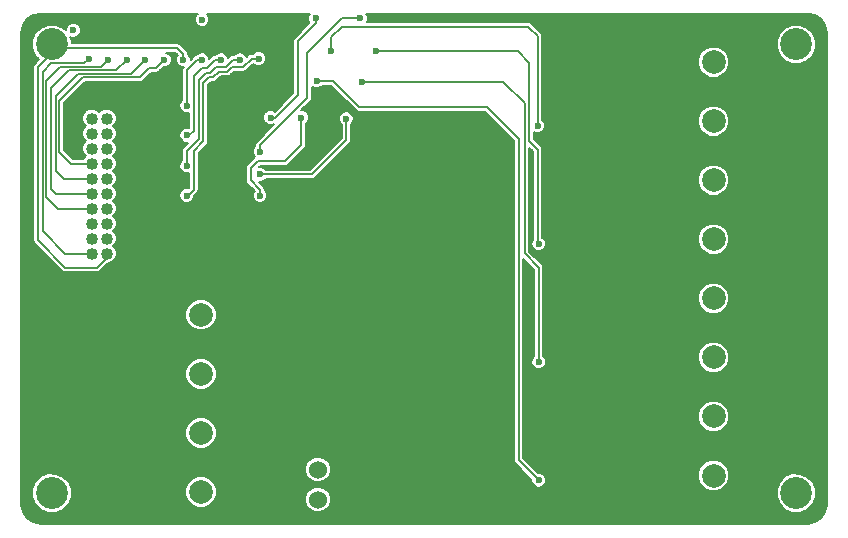
<source format=gbr>
G04 #@! TF.FileFunction,Copper,L2,Inr,Signal*
%FSLAX46Y46*%
G04 Gerber Fmt 4.6, Leading zero omitted, Abs format (unit mm)*
G04 Created by KiCad (PCBNEW 4.0.2+e4-6225~38~ubuntu14.04.1-stable) date Fri 29 Jul 2016 12:50:15 AM PDT*
%MOMM*%
G01*
G04 APERTURE LIST*
%ADD10C,0.100000*%
%ADD11C,2.000000*%
%ADD12C,1.524000*%
%ADD13C,1.016000*%
%ADD14C,2.700000*%
%ADD15C,0.600000*%
%ADD16C,0.150000*%
%ADD17C,0.200000*%
G04 APERTURE END LIST*
D10*
D11*
X162000000Y-107500000D03*
X162000000Y-102500000D03*
X162000000Y-72500000D03*
X162000000Y-77500000D03*
X162000000Y-97500000D03*
X162000000Y-92500000D03*
X162000000Y-87500000D03*
X162000000Y-82500000D03*
D12*
X128500000Y-107000000D03*
X128500000Y-109540000D03*
X128500000Y-104460000D03*
D11*
X118600000Y-93900000D03*
X118600000Y-98900000D03*
X118600000Y-103900000D03*
X118600000Y-108900000D03*
D13*
X109365000Y-77285000D03*
X110635000Y-77285000D03*
X109365000Y-88715000D03*
X109365000Y-78555000D03*
X110635000Y-78555000D03*
X109365000Y-79825000D03*
X110635000Y-79825000D03*
X109365000Y-81095000D03*
X110635000Y-81095000D03*
X109365000Y-82365000D03*
X110635000Y-82365000D03*
X109365000Y-83635000D03*
X110635000Y-83635000D03*
X109365000Y-84905000D03*
X110635000Y-84905000D03*
X109365000Y-86175000D03*
X110635000Y-86175000D03*
X109365000Y-87445000D03*
X110635000Y-87445000D03*
X110635000Y-88715000D03*
D14*
X169000000Y-109000000D03*
X169000000Y-71000000D03*
X106000000Y-71000000D03*
X106000000Y-109000000D03*
D15*
X107800000Y-69800000D03*
X109100000Y-72200000D03*
X110700000Y-72300000D03*
X112300000Y-72300000D03*
X113900000Y-72300000D03*
X115500000Y-72300000D03*
X117100000Y-72300000D03*
X118700000Y-68900000D03*
X129600000Y-71600000D03*
X147100000Y-77900000D03*
X133400000Y-71600000D03*
X147200000Y-87900000D03*
X132200000Y-74200000D03*
X147200000Y-97900000D03*
X128400000Y-74100000D03*
X147200000Y-107900000D03*
X120800000Y-82800000D03*
X125800000Y-68800000D03*
X117400000Y-83800000D03*
X123500000Y-72200000D03*
X117400000Y-81300000D03*
X121900000Y-72300000D03*
X117400000Y-78700000D03*
X120300000Y-72300000D03*
X117400000Y-76200000D03*
X118700000Y-72300000D03*
X123600000Y-82000000D03*
X130900000Y-77300000D03*
X123600000Y-83800000D03*
X127100000Y-77200000D03*
X132100000Y-68800000D03*
X123600000Y-80100000D03*
X128300000Y-68800000D03*
X124500000Y-77200000D03*
D16*
X109365000Y-88715000D02*
X107115000Y-88715000D01*
X108700000Y-72600000D02*
X109100000Y-72200000D01*
X105900000Y-72600000D02*
X108700000Y-72600000D01*
X105200000Y-73300000D02*
X105900000Y-72600000D01*
X105200000Y-86800000D02*
X105200000Y-73300000D01*
X107115000Y-88715000D02*
X105200000Y-86800000D01*
X109365000Y-84905000D02*
X106505000Y-84905000D01*
X110099998Y-72900002D02*
X110700000Y-72300000D01*
X106699998Y-72900002D02*
X110099998Y-72900002D01*
X105500002Y-74099998D02*
X106699998Y-72900002D01*
X105500002Y-83900002D02*
X105500002Y-74099998D01*
X106505000Y-84905000D02*
X105500002Y-83900002D01*
X109365000Y-83635000D02*
X106335000Y-83635000D01*
X111399996Y-73200004D02*
X112300000Y-72300000D01*
X107399996Y-73200004D02*
X111399996Y-73200004D01*
X105900000Y-74700000D02*
X107399996Y-73200004D01*
X105900000Y-83200000D02*
X105900000Y-74700000D01*
X106335000Y-83635000D02*
X105900000Y-83200000D01*
X109365000Y-82365000D02*
X106965000Y-82365000D01*
X112699994Y-73500006D02*
X113900000Y-72300000D01*
X108199994Y-73500006D02*
X112699994Y-73500006D01*
X106300000Y-75400000D02*
X108199994Y-73500006D01*
X106300000Y-81700000D02*
X106300000Y-75400000D01*
X106965000Y-82365000D02*
X106300000Y-81700000D01*
X109365000Y-81095000D02*
X107595000Y-81095000D01*
X114800000Y-73000000D02*
X115500000Y-72300000D01*
X114200000Y-73000000D02*
X114800000Y-73000000D01*
X113399992Y-73800008D02*
X114200000Y-73000000D01*
X108599992Y-73800008D02*
X113399992Y-73800008D01*
X106600002Y-75799998D02*
X108599992Y-73800008D01*
X106600002Y-80100002D02*
X106600002Y-75799998D01*
X107595000Y-81095000D02*
X106600002Y-80100002D01*
X110635000Y-88715000D02*
X110635000Y-89065000D01*
X110635000Y-89065000D02*
X109800000Y-89900000D01*
X109800000Y-89900000D02*
X107100000Y-89900000D01*
X107100000Y-89900000D02*
X104800000Y-87600000D01*
X104800000Y-87600000D02*
X104800000Y-72900000D01*
X104800000Y-72900000D02*
X106400000Y-71300000D01*
X106400000Y-71300000D02*
X116600000Y-71300000D01*
X116600000Y-71300000D02*
X117100000Y-71800000D01*
X117100000Y-71800000D02*
X117100000Y-72300000D01*
X129600000Y-71600000D02*
X129600000Y-70400000D01*
X147100000Y-70300000D02*
X147100000Y-77900000D01*
X146300000Y-69500000D02*
X147100000Y-70300000D01*
X130500000Y-69500000D02*
X146300000Y-69500000D01*
X129600000Y-70400000D02*
X130500000Y-69500000D01*
X133400000Y-71600000D02*
X145400000Y-71600000D01*
X147100000Y-87800000D02*
X147200000Y-87900000D01*
X147100000Y-79900000D02*
X147100000Y-87800000D01*
X146400000Y-79200000D02*
X147100000Y-79900000D01*
X146400000Y-72600000D02*
X146400000Y-79200000D01*
X145400000Y-71600000D02*
X146400000Y-72600000D01*
X132200000Y-74200000D02*
X144200000Y-74200000D01*
X147200000Y-89900000D02*
X147200000Y-97900000D01*
X146000000Y-88700000D02*
X147200000Y-89900000D01*
X146000000Y-76000000D02*
X146000000Y-88700000D01*
X144200000Y-74200000D02*
X146000000Y-76000000D01*
X128400000Y-74100000D02*
X129800000Y-74100000D01*
X145500000Y-106200000D02*
X147200000Y-107900000D01*
X145500000Y-79000000D02*
X145500000Y-106200000D01*
X142800000Y-76300000D02*
X145500000Y-79000000D01*
X132000000Y-76300000D02*
X142800000Y-76300000D01*
X129800000Y-74100000D02*
X132000000Y-76300000D01*
X117400000Y-83800000D02*
X117500000Y-83800000D01*
X122900000Y-72200000D02*
X123500000Y-72200000D01*
X122200000Y-72900000D02*
X122900000Y-72200000D01*
X121200000Y-72900000D02*
X122200000Y-72900000D01*
X120800000Y-73300000D02*
X121200000Y-72900000D01*
X120100000Y-73300000D02*
X120800000Y-73300000D01*
X119600000Y-73800000D02*
X120100000Y-73300000D01*
X119300000Y-73800000D02*
X119600000Y-73800000D01*
X118800000Y-74300000D02*
X119300000Y-73800000D01*
X118800000Y-79200000D02*
X118800000Y-74300000D01*
X118000000Y-80000000D02*
X118800000Y-79200000D01*
X118000000Y-83300000D02*
X118000000Y-80000000D01*
X117500000Y-83800000D02*
X118000000Y-83300000D01*
X117400000Y-81300000D02*
X117400000Y-80000000D01*
X121300000Y-72300000D02*
X121900000Y-72300000D01*
X120700000Y-72900000D02*
X121300000Y-72300000D01*
X119900000Y-72900000D02*
X120700000Y-72900000D01*
X119400000Y-73400000D02*
X119900000Y-72900000D01*
X119000000Y-73400000D02*
X119400000Y-73400000D01*
X118400000Y-74000000D02*
X119000000Y-73400000D01*
X118400000Y-79000000D02*
X118400000Y-74000000D01*
X117400000Y-80000000D02*
X118400000Y-79000000D01*
X117400000Y-78700000D02*
X117600000Y-78700000D01*
X119800000Y-72300000D02*
X120300000Y-72300000D01*
X119100000Y-73000000D02*
X119800000Y-72300000D01*
X118700000Y-73000000D02*
X119100000Y-73000000D01*
X118000000Y-73700000D02*
X118700000Y-73000000D01*
X118000000Y-78300000D02*
X118000000Y-73700000D01*
X117600000Y-78700000D02*
X118000000Y-78300000D01*
X117400000Y-76200000D02*
X117400000Y-73200000D01*
X118300000Y-72300000D02*
X118700000Y-72300000D01*
X117400000Y-73200000D02*
X118300000Y-72300000D01*
X123600000Y-82000000D02*
X128000000Y-82000000D01*
X130900000Y-79100000D02*
X130900000Y-77300000D01*
X128000000Y-82000000D02*
X130900000Y-79100000D01*
X123600000Y-83800000D02*
X123600000Y-83300000D01*
X127100000Y-79500000D02*
X127100000Y-77200000D01*
X125700000Y-80900000D02*
X127100000Y-79500000D01*
X123400000Y-80900000D02*
X125700000Y-80900000D01*
X122800000Y-81500000D02*
X123400000Y-80900000D01*
X122800000Y-82500000D02*
X122800000Y-81500000D01*
X123600000Y-83300000D02*
X122800000Y-82500000D01*
X125100000Y-78000000D02*
X127600000Y-75500000D01*
X123600000Y-79500000D02*
X125100000Y-78000000D01*
X123600000Y-79500000D02*
X123600000Y-80100000D01*
X130500000Y-68800000D02*
X132100000Y-68800000D01*
X127600000Y-71700000D02*
X130500000Y-68800000D01*
X127600000Y-75500000D02*
X127600000Y-71700000D01*
X124500000Y-77200000D02*
X124900000Y-77200000D01*
X128300000Y-69200000D02*
X128300000Y-68800000D01*
X126800000Y-70700000D02*
X128300000Y-69200000D01*
X126800000Y-75300000D02*
X126800000Y-70700000D01*
X124900000Y-77200000D02*
X126800000Y-75300000D01*
D17*
G36*
X118174696Y-68548339D02*
X118080107Y-68776133D01*
X118079892Y-69022785D01*
X118174083Y-69250743D01*
X118348339Y-69425304D01*
X118576133Y-69519893D01*
X118822785Y-69520108D01*
X119050743Y-69425917D01*
X119225304Y-69251661D01*
X119319893Y-69023867D01*
X119320108Y-68777215D01*
X119225917Y-68549257D01*
X119071930Y-68395000D01*
X127828128Y-68395000D01*
X127774696Y-68448339D01*
X127680107Y-68676133D01*
X127679892Y-68922785D01*
X127774083Y-69150743D01*
X127782356Y-69159030D01*
X126520693Y-70420693D01*
X126435068Y-70548840D01*
X126405000Y-70700000D01*
X126405000Y-75136386D01*
X124859169Y-76682217D01*
X124851661Y-76674696D01*
X124623867Y-76580107D01*
X124377215Y-76579892D01*
X124149257Y-76674083D01*
X123974696Y-76848339D01*
X123880107Y-77076133D01*
X123879892Y-77322785D01*
X123974083Y-77550743D01*
X124148339Y-77725304D01*
X124376133Y-77819893D01*
X124622785Y-77820108D01*
X124790631Y-77750755D01*
X123320693Y-79220693D01*
X123235068Y-79348840D01*
X123205000Y-79500000D01*
X123205000Y-79618263D01*
X123074696Y-79748339D01*
X122980107Y-79976133D01*
X122979892Y-80222785D01*
X123074083Y-80450743D01*
X123194504Y-80571374D01*
X123120693Y-80620693D01*
X122520693Y-81220693D01*
X122435068Y-81348840D01*
X122405000Y-81500000D01*
X122405000Y-82500000D01*
X122435068Y-82651160D01*
X122520693Y-82779307D01*
X123132261Y-83390875D01*
X123074696Y-83448339D01*
X122980107Y-83676133D01*
X122979892Y-83922785D01*
X123074083Y-84150743D01*
X123248339Y-84325304D01*
X123476133Y-84419893D01*
X123722785Y-84420108D01*
X123950743Y-84325917D01*
X124125304Y-84151661D01*
X124219893Y-83923867D01*
X124220108Y-83677215D01*
X124125917Y-83449257D01*
X123995000Y-83318111D01*
X123995000Y-83300000D01*
X123964932Y-83148840D01*
X123879307Y-83020693D01*
X123478509Y-82619895D01*
X123722785Y-82620108D01*
X123950743Y-82525917D01*
X124081889Y-82395000D01*
X128000000Y-82395000D01*
X128151160Y-82364932D01*
X128279307Y-82279307D01*
X131179307Y-79379307D01*
X131264932Y-79251160D01*
X131295000Y-79100000D01*
X131295000Y-77781737D01*
X131425304Y-77651661D01*
X131519893Y-77423867D01*
X131520108Y-77177215D01*
X131425917Y-76949257D01*
X131251661Y-76774696D01*
X131023867Y-76680107D01*
X130777215Y-76679892D01*
X130549257Y-76774083D01*
X130374696Y-76948339D01*
X130280107Y-77176133D01*
X130279892Y-77422785D01*
X130374083Y-77650743D01*
X130505000Y-77781889D01*
X130505000Y-78936386D01*
X127836386Y-81605000D01*
X124081737Y-81605000D01*
X123951661Y-81474696D01*
X123723867Y-81380107D01*
X123478721Y-81379893D01*
X123563614Y-81295000D01*
X125700000Y-81295000D01*
X125851160Y-81264932D01*
X125979307Y-81179307D01*
X127379307Y-79779307D01*
X127464932Y-79651160D01*
X127495000Y-79500000D01*
X127495000Y-77681737D01*
X127625304Y-77551661D01*
X127719893Y-77323867D01*
X127720108Y-77077215D01*
X127625917Y-76849257D01*
X127451661Y-76674696D01*
X127223867Y-76580107D01*
X127078634Y-76579980D01*
X127879307Y-75779307D01*
X127964932Y-75651160D01*
X127995000Y-75500000D01*
X127995000Y-74571872D01*
X128048339Y-74625304D01*
X128276133Y-74719893D01*
X128522785Y-74720108D01*
X128750743Y-74625917D01*
X128881889Y-74495000D01*
X129636386Y-74495000D01*
X131720693Y-76579307D01*
X131848840Y-76664932D01*
X132000000Y-76695000D01*
X142636386Y-76695000D01*
X145105000Y-79163614D01*
X145105000Y-106200000D01*
X145135068Y-106351160D01*
X145220693Y-106479307D01*
X146580052Y-107838666D01*
X146579892Y-108022785D01*
X146674083Y-108250743D01*
X146848339Y-108425304D01*
X147076133Y-108519893D01*
X147322785Y-108520108D01*
X147550743Y-108425917D01*
X147725304Y-108251661D01*
X147819893Y-108023867D01*
X147820108Y-107777215D01*
X147813579Y-107761412D01*
X160679772Y-107761412D01*
X160880306Y-108246743D01*
X161251304Y-108618389D01*
X161736284Y-108819770D01*
X162261412Y-108820228D01*
X162746743Y-108619694D01*
X163118389Y-108248696D01*
X163319770Y-107763716D01*
X163320228Y-107238588D01*
X163119694Y-106753257D01*
X162748696Y-106381611D01*
X162263716Y-106180230D01*
X161738588Y-106179772D01*
X161253257Y-106380306D01*
X160881611Y-106751304D01*
X160680230Y-107236284D01*
X160679772Y-107761412D01*
X147813579Y-107761412D01*
X147725917Y-107549257D01*
X147551661Y-107374696D01*
X147323867Y-107280107D01*
X147138559Y-107279945D01*
X145895000Y-106036386D01*
X145895000Y-102761412D01*
X160679772Y-102761412D01*
X160880306Y-103246743D01*
X161251304Y-103618389D01*
X161736284Y-103819770D01*
X162261412Y-103820228D01*
X162746743Y-103619694D01*
X163118389Y-103248696D01*
X163319770Y-102763716D01*
X163320228Y-102238588D01*
X163119694Y-101753257D01*
X162748696Y-101381611D01*
X162263716Y-101180230D01*
X161738588Y-101179772D01*
X161253257Y-101380306D01*
X160881611Y-101751304D01*
X160680230Y-102236284D01*
X160679772Y-102761412D01*
X145895000Y-102761412D01*
X145895000Y-89153614D01*
X146805000Y-90063614D01*
X146805000Y-97418263D01*
X146674696Y-97548339D01*
X146580107Y-97776133D01*
X146579892Y-98022785D01*
X146674083Y-98250743D01*
X146848339Y-98425304D01*
X147076133Y-98519893D01*
X147322785Y-98520108D01*
X147550743Y-98425917D01*
X147725304Y-98251661D01*
X147819893Y-98023867D01*
X147820108Y-97777215D01*
X147813579Y-97761412D01*
X160679772Y-97761412D01*
X160880306Y-98246743D01*
X161251304Y-98618389D01*
X161736284Y-98819770D01*
X162261412Y-98820228D01*
X162746743Y-98619694D01*
X163118389Y-98248696D01*
X163319770Y-97763716D01*
X163320228Y-97238588D01*
X163119694Y-96753257D01*
X162748696Y-96381611D01*
X162263716Y-96180230D01*
X161738588Y-96179772D01*
X161253257Y-96380306D01*
X160881611Y-96751304D01*
X160680230Y-97236284D01*
X160679772Y-97761412D01*
X147813579Y-97761412D01*
X147725917Y-97549257D01*
X147595000Y-97418111D01*
X147595000Y-92761412D01*
X160679772Y-92761412D01*
X160880306Y-93246743D01*
X161251304Y-93618389D01*
X161736284Y-93819770D01*
X162261412Y-93820228D01*
X162746743Y-93619694D01*
X163118389Y-93248696D01*
X163319770Y-92763716D01*
X163320228Y-92238588D01*
X163119694Y-91753257D01*
X162748696Y-91381611D01*
X162263716Y-91180230D01*
X161738588Y-91179772D01*
X161253257Y-91380306D01*
X160881611Y-91751304D01*
X160680230Y-92236284D01*
X160679772Y-92761412D01*
X147595000Y-92761412D01*
X147595000Y-89900000D01*
X147564932Y-89748840D01*
X147479307Y-89620693D01*
X146395000Y-88536386D01*
X146395000Y-79753614D01*
X146705000Y-80063615D01*
X146705000Y-87518088D01*
X146674696Y-87548339D01*
X146580107Y-87776133D01*
X146579892Y-88022785D01*
X146674083Y-88250743D01*
X146848339Y-88425304D01*
X147076133Y-88519893D01*
X147322785Y-88520108D01*
X147550743Y-88425917D01*
X147725304Y-88251661D01*
X147819893Y-88023867D01*
X147820108Y-87777215D01*
X147813579Y-87761412D01*
X160679772Y-87761412D01*
X160880306Y-88246743D01*
X161251304Y-88618389D01*
X161736284Y-88819770D01*
X162261412Y-88820228D01*
X162746743Y-88619694D01*
X163118389Y-88248696D01*
X163319770Y-87763716D01*
X163320228Y-87238588D01*
X163119694Y-86753257D01*
X162748696Y-86381611D01*
X162263716Y-86180230D01*
X161738588Y-86179772D01*
X161253257Y-86380306D01*
X160881611Y-86751304D01*
X160680230Y-87236284D01*
X160679772Y-87761412D01*
X147813579Y-87761412D01*
X147725917Y-87549257D01*
X147551661Y-87374696D01*
X147495000Y-87351168D01*
X147495000Y-82761412D01*
X160679772Y-82761412D01*
X160880306Y-83246743D01*
X161251304Y-83618389D01*
X161736284Y-83819770D01*
X162261412Y-83820228D01*
X162746743Y-83619694D01*
X163118389Y-83248696D01*
X163319770Y-82763716D01*
X163320228Y-82238588D01*
X163119694Y-81753257D01*
X162748696Y-81381611D01*
X162263716Y-81180230D01*
X161738588Y-81179772D01*
X161253257Y-81380306D01*
X160881611Y-81751304D01*
X160680230Y-82236284D01*
X160679772Y-82761412D01*
X147495000Y-82761412D01*
X147495000Y-79900000D01*
X147464932Y-79748840D01*
X147446125Y-79720693D01*
X147379307Y-79620692D01*
X146795000Y-79036386D01*
X146795000Y-78444679D01*
X146976133Y-78519893D01*
X147222785Y-78520108D01*
X147450743Y-78425917D01*
X147625304Y-78251661D01*
X147719893Y-78023867D01*
X147720108Y-77777215D01*
X147713579Y-77761412D01*
X160679772Y-77761412D01*
X160880306Y-78246743D01*
X161251304Y-78618389D01*
X161736284Y-78819770D01*
X162261412Y-78820228D01*
X162746743Y-78619694D01*
X163118389Y-78248696D01*
X163319770Y-77763716D01*
X163320228Y-77238588D01*
X163119694Y-76753257D01*
X162748696Y-76381611D01*
X162263716Y-76180230D01*
X161738588Y-76179772D01*
X161253257Y-76380306D01*
X160881611Y-76751304D01*
X160680230Y-77236284D01*
X160679772Y-77761412D01*
X147713579Y-77761412D01*
X147625917Y-77549257D01*
X147495000Y-77418111D01*
X147495000Y-72761412D01*
X160679772Y-72761412D01*
X160880306Y-73246743D01*
X161251304Y-73618389D01*
X161736284Y-73819770D01*
X162261412Y-73820228D01*
X162746743Y-73619694D01*
X163118389Y-73248696D01*
X163319770Y-72763716D01*
X163320228Y-72238588D01*
X163119694Y-71753257D01*
X162748696Y-71381611D01*
X162626152Y-71330726D01*
X167329711Y-71330726D01*
X167583418Y-71944743D01*
X168052786Y-72414931D01*
X168666359Y-72669709D01*
X169330726Y-72670289D01*
X169944743Y-72416582D01*
X170414931Y-71947214D01*
X170669709Y-71333641D01*
X170670289Y-70669274D01*
X170416582Y-70055257D01*
X169947214Y-69585069D01*
X169333641Y-69330291D01*
X168669274Y-69329711D01*
X168055257Y-69583418D01*
X167585069Y-70052786D01*
X167330291Y-70666359D01*
X167329711Y-71330726D01*
X162626152Y-71330726D01*
X162263716Y-71180230D01*
X161738588Y-71179772D01*
X161253257Y-71380306D01*
X160881611Y-71751304D01*
X160680230Y-72236284D01*
X160679772Y-72761412D01*
X147495000Y-72761412D01*
X147495000Y-70300000D01*
X147464932Y-70148840D01*
X147379307Y-70020693D01*
X146579307Y-69220693D01*
X146451160Y-69135068D01*
X146300000Y-69105000D01*
X132644679Y-69105000D01*
X132719893Y-68923867D01*
X132720108Y-68677215D01*
X132625917Y-68449257D01*
X132571755Y-68395000D01*
X169961096Y-68395000D01*
X170611245Y-68524323D01*
X171129435Y-68870565D01*
X171475677Y-69388755D01*
X171605000Y-70038903D01*
X171605000Y-109961097D01*
X171475677Y-110611245D01*
X171129435Y-111129435D01*
X170611245Y-111475677D01*
X169961096Y-111605000D01*
X105038903Y-111605000D01*
X104388755Y-111475677D01*
X103870565Y-111129435D01*
X103524323Y-110611245D01*
X103395000Y-109961096D01*
X103395000Y-109330726D01*
X104329711Y-109330726D01*
X104583418Y-109944743D01*
X105052786Y-110414931D01*
X105666359Y-110669709D01*
X106330726Y-110670289D01*
X106944743Y-110416582D01*
X107414931Y-109947214D01*
X107669709Y-109333641D01*
X107669859Y-109161412D01*
X117279772Y-109161412D01*
X117480306Y-109646743D01*
X117851304Y-110018389D01*
X118336284Y-110219770D01*
X118861412Y-110220228D01*
X119346743Y-110019694D01*
X119612621Y-109754279D01*
X127417812Y-109754279D01*
X127582190Y-110152103D01*
X127886296Y-110456740D01*
X128283833Y-110621812D01*
X128714279Y-110622188D01*
X129112103Y-110457810D01*
X129416740Y-110153704D01*
X129581812Y-109756167D01*
X129582183Y-109330726D01*
X167329711Y-109330726D01*
X167583418Y-109944743D01*
X168052786Y-110414931D01*
X168666359Y-110669709D01*
X169330726Y-110670289D01*
X169944743Y-110416582D01*
X170414931Y-109947214D01*
X170669709Y-109333641D01*
X170670289Y-108669274D01*
X170416582Y-108055257D01*
X169947214Y-107585069D01*
X169333641Y-107330291D01*
X168669274Y-107329711D01*
X168055257Y-107583418D01*
X167585069Y-108052786D01*
X167330291Y-108666359D01*
X167329711Y-109330726D01*
X129582183Y-109330726D01*
X129582188Y-109325721D01*
X129417810Y-108927897D01*
X129113704Y-108623260D01*
X128716167Y-108458188D01*
X128285721Y-108457812D01*
X127887897Y-108622190D01*
X127583260Y-108926296D01*
X127418188Y-109323833D01*
X127417812Y-109754279D01*
X119612621Y-109754279D01*
X119718389Y-109648696D01*
X119919770Y-109163716D01*
X119920228Y-108638588D01*
X119719694Y-108153257D01*
X119348696Y-107781611D01*
X118863716Y-107580230D01*
X118338588Y-107579772D01*
X117853257Y-107780306D01*
X117481611Y-108151304D01*
X117280230Y-108636284D01*
X117279772Y-109161412D01*
X107669859Y-109161412D01*
X107670289Y-108669274D01*
X107416582Y-108055257D01*
X106947214Y-107585069D01*
X106333641Y-107330291D01*
X105669274Y-107329711D01*
X105055257Y-107583418D01*
X104585069Y-108052786D01*
X104330291Y-108666359D01*
X104329711Y-109330726D01*
X103395000Y-109330726D01*
X103395000Y-107214279D01*
X127417812Y-107214279D01*
X127582190Y-107612103D01*
X127886296Y-107916740D01*
X128283833Y-108081812D01*
X128714279Y-108082188D01*
X129112103Y-107917810D01*
X129416740Y-107613704D01*
X129581812Y-107216167D01*
X129582188Y-106785721D01*
X129417810Y-106387897D01*
X129113704Y-106083260D01*
X128716167Y-105918188D01*
X128285721Y-105917812D01*
X127887897Y-106082190D01*
X127583260Y-106386296D01*
X127418188Y-106783833D01*
X127417812Y-107214279D01*
X103395000Y-107214279D01*
X103395000Y-104161412D01*
X117279772Y-104161412D01*
X117480306Y-104646743D01*
X117851304Y-105018389D01*
X118336284Y-105219770D01*
X118861412Y-105220228D01*
X119346743Y-105019694D01*
X119718389Y-104648696D01*
X119919770Y-104163716D01*
X119920228Y-103638588D01*
X119719694Y-103153257D01*
X119348696Y-102781611D01*
X118863716Y-102580230D01*
X118338588Y-102579772D01*
X117853257Y-102780306D01*
X117481611Y-103151304D01*
X117280230Y-103636284D01*
X117279772Y-104161412D01*
X103395000Y-104161412D01*
X103395000Y-99161412D01*
X117279772Y-99161412D01*
X117480306Y-99646743D01*
X117851304Y-100018389D01*
X118336284Y-100219770D01*
X118861412Y-100220228D01*
X119346743Y-100019694D01*
X119718389Y-99648696D01*
X119919770Y-99163716D01*
X119920228Y-98638588D01*
X119719694Y-98153257D01*
X119348696Y-97781611D01*
X118863716Y-97580230D01*
X118338588Y-97579772D01*
X117853257Y-97780306D01*
X117481611Y-98151304D01*
X117280230Y-98636284D01*
X117279772Y-99161412D01*
X103395000Y-99161412D01*
X103395000Y-94161412D01*
X117279772Y-94161412D01*
X117480306Y-94646743D01*
X117851304Y-95018389D01*
X118336284Y-95219770D01*
X118861412Y-95220228D01*
X119346743Y-95019694D01*
X119718389Y-94648696D01*
X119919770Y-94163716D01*
X119920228Y-93638588D01*
X119719694Y-93153257D01*
X119348696Y-92781611D01*
X118863716Y-92580230D01*
X118338588Y-92579772D01*
X117853257Y-92780306D01*
X117481611Y-93151304D01*
X117280230Y-93636284D01*
X117279772Y-94161412D01*
X103395000Y-94161412D01*
X103395000Y-71330726D01*
X104329711Y-71330726D01*
X104583418Y-71944743D01*
X104889763Y-72251623D01*
X104520693Y-72620693D01*
X104435068Y-72748840D01*
X104405000Y-72900000D01*
X104405000Y-87600000D01*
X104435068Y-87751160D01*
X104520693Y-87879307D01*
X106820693Y-90179307D01*
X106948840Y-90264932D01*
X107100000Y-90295000D01*
X109800000Y-90295000D01*
X109951160Y-90264932D01*
X110079307Y-90179307D01*
X110715544Y-89543070D01*
X110798977Y-89543143D01*
X111103411Y-89417353D01*
X111336535Y-89184636D01*
X111462855Y-88880422D01*
X111463143Y-88551023D01*
X111337353Y-88246589D01*
X111170968Y-88079913D01*
X111336535Y-87914636D01*
X111462855Y-87610422D01*
X111463143Y-87281023D01*
X111337353Y-86976589D01*
X111170968Y-86809913D01*
X111336535Y-86644636D01*
X111462855Y-86340422D01*
X111463143Y-86011023D01*
X111337353Y-85706589D01*
X111170968Y-85539913D01*
X111336535Y-85374636D01*
X111462855Y-85070422D01*
X111463143Y-84741023D01*
X111337353Y-84436589D01*
X111170968Y-84269913D01*
X111336535Y-84104636D01*
X111462855Y-83800422D01*
X111463143Y-83471023D01*
X111337353Y-83166589D01*
X111170968Y-82999913D01*
X111336535Y-82834636D01*
X111462855Y-82530422D01*
X111463143Y-82201023D01*
X111337353Y-81896589D01*
X111170968Y-81729913D01*
X111336535Y-81564636D01*
X111462855Y-81260422D01*
X111463143Y-80931023D01*
X111337353Y-80626589D01*
X111170968Y-80459913D01*
X111336535Y-80294636D01*
X111462855Y-79990422D01*
X111463143Y-79661023D01*
X111337353Y-79356589D01*
X111170968Y-79189913D01*
X111336535Y-79024636D01*
X111462855Y-78720422D01*
X111463143Y-78391023D01*
X111337353Y-78086589D01*
X111170968Y-77919913D01*
X111336535Y-77754636D01*
X111462855Y-77450422D01*
X111463143Y-77121023D01*
X111337353Y-76816589D01*
X111104636Y-76583465D01*
X110800422Y-76457145D01*
X110471023Y-76456857D01*
X110166589Y-76582647D01*
X109999913Y-76749032D01*
X109834636Y-76583465D01*
X109530422Y-76457145D01*
X109201023Y-76456857D01*
X108896589Y-76582647D01*
X108663465Y-76815364D01*
X108537145Y-77119578D01*
X108536857Y-77448977D01*
X108662647Y-77753411D01*
X108829032Y-77920087D01*
X108663465Y-78085364D01*
X108537145Y-78389578D01*
X108536857Y-78718977D01*
X108662647Y-79023411D01*
X108829032Y-79190087D01*
X108663465Y-79355364D01*
X108537145Y-79659578D01*
X108536857Y-79988977D01*
X108662647Y-80293411D01*
X108829032Y-80460087D01*
X108663465Y-80625364D01*
X108632474Y-80700000D01*
X107758614Y-80700000D01*
X106995002Y-79936388D01*
X106995002Y-75963612D01*
X108763606Y-74195008D01*
X113399992Y-74195008D01*
X113551152Y-74164940D01*
X113679299Y-74079315D01*
X114363614Y-73395000D01*
X114800000Y-73395000D01*
X114951160Y-73364932D01*
X115079307Y-73279307D01*
X115438667Y-72919948D01*
X115622785Y-72920108D01*
X115850743Y-72825917D01*
X116025304Y-72651661D01*
X116119893Y-72423867D01*
X116120108Y-72177215D01*
X116025917Y-71949257D01*
X115851661Y-71774696D01*
X115659733Y-71695000D01*
X116436386Y-71695000D01*
X116632261Y-71890875D01*
X116574696Y-71948339D01*
X116480107Y-72176133D01*
X116479892Y-72422785D01*
X116574083Y-72650743D01*
X116748339Y-72825304D01*
X116976133Y-72919893D01*
X117121366Y-72920020D01*
X117120693Y-72920693D01*
X117035068Y-73048840D01*
X117005000Y-73200000D01*
X117005000Y-75718263D01*
X116874696Y-75848339D01*
X116780107Y-76076133D01*
X116779892Y-76322785D01*
X116874083Y-76550743D01*
X117048339Y-76725304D01*
X117276133Y-76819893D01*
X117522785Y-76820108D01*
X117605000Y-76786137D01*
X117605000Y-78113797D01*
X117523867Y-78080107D01*
X117277215Y-78079892D01*
X117049257Y-78174083D01*
X116874696Y-78348339D01*
X116780107Y-78576133D01*
X116779892Y-78822785D01*
X116874083Y-79050743D01*
X117048339Y-79225304D01*
X117276133Y-79319893D01*
X117521279Y-79320107D01*
X117120693Y-79720693D01*
X117035068Y-79848840D01*
X117005000Y-80000000D01*
X117005000Y-80818263D01*
X116874696Y-80948339D01*
X116780107Y-81176133D01*
X116779892Y-81422785D01*
X116874083Y-81650743D01*
X117048339Y-81825304D01*
X117276133Y-81919893D01*
X117522785Y-81920108D01*
X117605000Y-81886137D01*
X117605000Y-83136386D01*
X117550302Y-83191084D01*
X117523867Y-83180107D01*
X117277215Y-83179892D01*
X117049257Y-83274083D01*
X116874696Y-83448339D01*
X116780107Y-83676133D01*
X116779892Y-83922785D01*
X116874083Y-84150743D01*
X117048339Y-84325304D01*
X117276133Y-84419893D01*
X117522785Y-84420108D01*
X117750743Y-84325917D01*
X117925304Y-84151661D01*
X118019893Y-83923867D01*
X118019967Y-83838647D01*
X118279307Y-83579307D01*
X118308865Y-83535070D01*
X118364932Y-83451160D01*
X118395000Y-83300000D01*
X118395000Y-80163614D01*
X119079307Y-79479307D01*
X119164932Y-79351160D01*
X119195000Y-79200000D01*
X119195000Y-74463614D01*
X119463614Y-74195000D01*
X119600000Y-74195000D01*
X119751160Y-74164932D01*
X119879307Y-74079307D01*
X120263614Y-73695000D01*
X120800000Y-73695000D01*
X120951160Y-73664932D01*
X121079307Y-73579307D01*
X121363614Y-73295000D01*
X122200000Y-73295000D01*
X122351160Y-73264932D01*
X122479307Y-73179307D01*
X123040919Y-72617696D01*
X123148339Y-72725304D01*
X123376133Y-72819893D01*
X123622785Y-72820108D01*
X123850743Y-72725917D01*
X124025304Y-72551661D01*
X124119893Y-72323867D01*
X124120108Y-72077215D01*
X124025917Y-71849257D01*
X123851661Y-71674696D01*
X123623867Y-71580107D01*
X123377215Y-71579892D01*
X123149257Y-71674083D01*
X123018111Y-71805000D01*
X122900000Y-71805000D01*
X122748840Y-71835068D01*
X122620692Y-71920693D01*
X122474514Y-72066871D01*
X122425917Y-71949257D01*
X122251661Y-71774696D01*
X122023867Y-71680107D01*
X121777215Y-71679892D01*
X121549257Y-71774083D01*
X121418111Y-71905000D01*
X121300000Y-71905000D01*
X121148840Y-71935068D01*
X121020693Y-72020693D01*
X120903753Y-72137633D01*
X120825917Y-71949257D01*
X120651661Y-71774696D01*
X120423867Y-71680107D01*
X120177215Y-71679892D01*
X119949257Y-71774083D01*
X119818111Y-71905000D01*
X119800000Y-71905000D01*
X119648840Y-71935068D01*
X119520692Y-72020693D01*
X119320070Y-72221316D01*
X119320108Y-72177215D01*
X119225917Y-71949257D01*
X119051661Y-71774696D01*
X118823867Y-71680107D01*
X118577215Y-71679892D01*
X118349257Y-71774083D01*
X118197733Y-71925342D01*
X118148840Y-71935068D01*
X118020693Y-72020693D01*
X117719982Y-72321404D01*
X117720108Y-72177215D01*
X117625917Y-71949257D01*
X117495000Y-71818111D01*
X117495000Y-71800000D01*
X117464932Y-71648840D01*
X117379307Y-71520693D01*
X116879307Y-71020693D01*
X116751160Y-70935068D01*
X116600000Y-70905000D01*
X107670083Y-70905000D01*
X107670289Y-70669274D01*
X107544696Y-70365315D01*
X107676133Y-70419893D01*
X107922785Y-70420108D01*
X108150743Y-70325917D01*
X108325304Y-70151661D01*
X108419893Y-69923867D01*
X108420108Y-69677215D01*
X108325917Y-69449257D01*
X108151661Y-69274696D01*
X107923867Y-69180107D01*
X107677215Y-69179892D01*
X107449257Y-69274083D01*
X107274696Y-69448339D01*
X107180107Y-69676133D01*
X107179983Y-69818245D01*
X106947214Y-69585069D01*
X106333641Y-69330291D01*
X105669274Y-69329711D01*
X105055257Y-69583418D01*
X104585069Y-70052786D01*
X104330291Y-70666359D01*
X104329711Y-71330726D01*
X103395000Y-71330726D01*
X103395000Y-70038904D01*
X103524323Y-69388755D01*
X103870565Y-68870565D01*
X104388755Y-68524323D01*
X105038903Y-68395000D01*
X118328303Y-68395000D01*
X118174696Y-68548339D01*
X118174696Y-68548339D01*
G37*
X118174696Y-68548339D02*
X118080107Y-68776133D01*
X118079892Y-69022785D01*
X118174083Y-69250743D01*
X118348339Y-69425304D01*
X118576133Y-69519893D01*
X118822785Y-69520108D01*
X119050743Y-69425917D01*
X119225304Y-69251661D01*
X119319893Y-69023867D01*
X119320108Y-68777215D01*
X119225917Y-68549257D01*
X119071930Y-68395000D01*
X127828128Y-68395000D01*
X127774696Y-68448339D01*
X127680107Y-68676133D01*
X127679892Y-68922785D01*
X127774083Y-69150743D01*
X127782356Y-69159030D01*
X126520693Y-70420693D01*
X126435068Y-70548840D01*
X126405000Y-70700000D01*
X126405000Y-75136386D01*
X124859169Y-76682217D01*
X124851661Y-76674696D01*
X124623867Y-76580107D01*
X124377215Y-76579892D01*
X124149257Y-76674083D01*
X123974696Y-76848339D01*
X123880107Y-77076133D01*
X123879892Y-77322785D01*
X123974083Y-77550743D01*
X124148339Y-77725304D01*
X124376133Y-77819893D01*
X124622785Y-77820108D01*
X124790631Y-77750755D01*
X123320693Y-79220693D01*
X123235068Y-79348840D01*
X123205000Y-79500000D01*
X123205000Y-79618263D01*
X123074696Y-79748339D01*
X122980107Y-79976133D01*
X122979892Y-80222785D01*
X123074083Y-80450743D01*
X123194504Y-80571374D01*
X123120693Y-80620693D01*
X122520693Y-81220693D01*
X122435068Y-81348840D01*
X122405000Y-81500000D01*
X122405000Y-82500000D01*
X122435068Y-82651160D01*
X122520693Y-82779307D01*
X123132261Y-83390875D01*
X123074696Y-83448339D01*
X122980107Y-83676133D01*
X122979892Y-83922785D01*
X123074083Y-84150743D01*
X123248339Y-84325304D01*
X123476133Y-84419893D01*
X123722785Y-84420108D01*
X123950743Y-84325917D01*
X124125304Y-84151661D01*
X124219893Y-83923867D01*
X124220108Y-83677215D01*
X124125917Y-83449257D01*
X123995000Y-83318111D01*
X123995000Y-83300000D01*
X123964932Y-83148840D01*
X123879307Y-83020693D01*
X123478509Y-82619895D01*
X123722785Y-82620108D01*
X123950743Y-82525917D01*
X124081889Y-82395000D01*
X128000000Y-82395000D01*
X128151160Y-82364932D01*
X128279307Y-82279307D01*
X131179307Y-79379307D01*
X131264932Y-79251160D01*
X131295000Y-79100000D01*
X131295000Y-77781737D01*
X131425304Y-77651661D01*
X131519893Y-77423867D01*
X131520108Y-77177215D01*
X131425917Y-76949257D01*
X131251661Y-76774696D01*
X131023867Y-76680107D01*
X130777215Y-76679892D01*
X130549257Y-76774083D01*
X130374696Y-76948339D01*
X130280107Y-77176133D01*
X130279892Y-77422785D01*
X130374083Y-77650743D01*
X130505000Y-77781889D01*
X130505000Y-78936386D01*
X127836386Y-81605000D01*
X124081737Y-81605000D01*
X123951661Y-81474696D01*
X123723867Y-81380107D01*
X123478721Y-81379893D01*
X123563614Y-81295000D01*
X125700000Y-81295000D01*
X125851160Y-81264932D01*
X125979307Y-81179307D01*
X127379307Y-79779307D01*
X127464932Y-79651160D01*
X127495000Y-79500000D01*
X127495000Y-77681737D01*
X127625304Y-77551661D01*
X127719893Y-77323867D01*
X127720108Y-77077215D01*
X127625917Y-76849257D01*
X127451661Y-76674696D01*
X127223867Y-76580107D01*
X127078634Y-76579980D01*
X127879307Y-75779307D01*
X127964932Y-75651160D01*
X127995000Y-75500000D01*
X127995000Y-74571872D01*
X128048339Y-74625304D01*
X128276133Y-74719893D01*
X128522785Y-74720108D01*
X128750743Y-74625917D01*
X128881889Y-74495000D01*
X129636386Y-74495000D01*
X131720693Y-76579307D01*
X131848840Y-76664932D01*
X132000000Y-76695000D01*
X142636386Y-76695000D01*
X145105000Y-79163614D01*
X145105000Y-106200000D01*
X145135068Y-106351160D01*
X145220693Y-106479307D01*
X146580052Y-107838666D01*
X146579892Y-108022785D01*
X146674083Y-108250743D01*
X146848339Y-108425304D01*
X147076133Y-108519893D01*
X147322785Y-108520108D01*
X147550743Y-108425917D01*
X147725304Y-108251661D01*
X147819893Y-108023867D01*
X147820108Y-107777215D01*
X147813579Y-107761412D01*
X160679772Y-107761412D01*
X160880306Y-108246743D01*
X161251304Y-108618389D01*
X161736284Y-108819770D01*
X162261412Y-108820228D01*
X162746743Y-108619694D01*
X163118389Y-108248696D01*
X163319770Y-107763716D01*
X163320228Y-107238588D01*
X163119694Y-106753257D01*
X162748696Y-106381611D01*
X162263716Y-106180230D01*
X161738588Y-106179772D01*
X161253257Y-106380306D01*
X160881611Y-106751304D01*
X160680230Y-107236284D01*
X160679772Y-107761412D01*
X147813579Y-107761412D01*
X147725917Y-107549257D01*
X147551661Y-107374696D01*
X147323867Y-107280107D01*
X147138559Y-107279945D01*
X145895000Y-106036386D01*
X145895000Y-102761412D01*
X160679772Y-102761412D01*
X160880306Y-103246743D01*
X161251304Y-103618389D01*
X161736284Y-103819770D01*
X162261412Y-103820228D01*
X162746743Y-103619694D01*
X163118389Y-103248696D01*
X163319770Y-102763716D01*
X163320228Y-102238588D01*
X163119694Y-101753257D01*
X162748696Y-101381611D01*
X162263716Y-101180230D01*
X161738588Y-101179772D01*
X161253257Y-101380306D01*
X160881611Y-101751304D01*
X160680230Y-102236284D01*
X160679772Y-102761412D01*
X145895000Y-102761412D01*
X145895000Y-89153614D01*
X146805000Y-90063614D01*
X146805000Y-97418263D01*
X146674696Y-97548339D01*
X146580107Y-97776133D01*
X146579892Y-98022785D01*
X146674083Y-98250743D01*
X146848339Y-98425304D01*
X147076133Y-98519893D01*
X147322785Y-98520108D01*
X147550743Y-98425917D01*
X147725304Y-98251661D01*
X147819893Y-98023867D01*
X147820108Y-97777215D01*
X147813579Y-97761412D01*
X160679772Y-97761412D01*
X160880306Y-98246743D01*
X161251304Y-98618389D01*
X161736284Y-98819770D01*
X162261412Y-98820228D01*
X162746743Y-98619694D01*
X163118389Y-98248696D01*
X163319770Y-97763716D01*
X163320228Y-97238588D01*
X163119694Y-96753257D01*
X162748696Y-96381611D01*
X162263716Y-96180230D01*
X161738588Y-96179772D01*
X161253257Y-96380306D01*
X160881611Y-96751304D01*
X160680230Y-97236284D01*
X160679772Y-97761412D01*
X147813579Y-97761412D01*
X147725917Y-97549257D01*
X147595000Y-97418111D01*
X147595000Y-92761412D01*
X160679772Y-92761412D01*
X160880306Y-93246743D01*
X161251304Y-93618389D01*
X161736284Y-93819770D01*
X162261412Y-93820228D01*
X162746743Y-93619694D01*
X163118389Y-93248696D01*
X163319770Y-92763716D01*
X163320228Y-92238588D01*
X163119694Y-91753257D01*
X162748696Y-91381611D01*
X162263716Y-91180230D01*
X161738588Y-91179772D01*
X161253257Y-91380306D01*
X160881611Y-91751304D01*
X160680230Y-92236284D01*
X160679772Y-92761412D01*
X147595000Y-92761412D01*
X147595000Y-89900000D01*
X147564932Y-89748840D01*
X147479307Y-89620693D01*
X146395000Y-88536386D01*
X146395000Y-79753614D01*
X146705000Y-80063615D01*
X146705000Y-87518088D01*
X146674696Y-87548339D01*
X146580107Y-87776133D01*
X146579892Y-88022785D01*
X146674083Y-88250743D01*
X146848339Y-88425304D01*
X147076133Y-88519893D01*
X147322785Y-88520108D01*
X147550743Y-88425917D01*
X147725304Y-88251661D01*
X147819893Y-88023867D01*
X147820108Y-87777215D01*
X147813579Y-87761412D01*
X160679772Y-87761412D01*
X160880306Y-88246743D01*
X161251304Y-88618389D01*
X161736284Y-88819770D01*
X162261412Y-88820228D01*
X162746743Y-88619694D01*
X163118389Y-88248696D01*
X163319770Y-87763716D01*
X163320228Y-87238588D01*
X163119694Y-86753257D01*
X162748696Y-86381611D01*
X162263716Y-86180230D01*
X161738588Y-86179772D01*
X161253257Y-86380306D01*
X160881611Y-86751304D01*
X160680230Y-87236284D01*
X160679772Y-87761412D01*
X147813579Y-87761412D01*
X147725917Y-87549257D01*
X147551661Y-87374696D01*
X147495000Y-87351168D01*
X147495000Y-82761412D01*
X160679772Y-82761412D01*
X160880306Y-83246743D01*
X161251304Y-83618389D01*
X161736284Y-83819770D01*
X162261412Y-83820228D01*
X162746743Y-83619694D01*
X163118389Y-83248696D01*
X163319770Y-82763716D01*
X163320228Y-82238588D01*
X163119694Y-81753257D01*
X162748696Y-81381611D01*
X162263716Y-81180230D01*
X161738588Y-81179772D01*
X161253257Y-81380306D01*
X160881611Y-81751304D01*
X160680230Y-82236284D01*
X160679772Y-82761412D01*
X147495000Y-82761412D01*
X147495000Y-79900000D01*
X147464932Y-79748840D01*
X147446125Y-79720693D01*
X147379307Y-79620692D01*
X146795000Y-79036386D01*
X146795000Y-78444679D01*
X146976133Y-78519893D01*
X147222785Y-78520108D01*
X147450743Y-78425917D01*
X147625304Y-78251661D01*
X147719893Y-78023867D01*
X147720108Y-77777215D01*
X147713579Y-77761412D01*
X160679772Y-77761412D01*
X160880306Y-78246743D01*
X161251304Y-78618389D01*
X161736284Y-78819770D01*
X162261412Y-78820228D01*
X162746743Y-78619694D01*
X163118389Y-78248696D01*
X163319770Y-77763716D01*
X163320228Y-77238588D01*
X163119694Y-76753257D01*
X162748696Y-76381611D01*
X162263716Y-76180230D01*
X161738588Y-76179772D01*
X161253257Y-76380306D01*
X160881611Y-76751304D01*
X160680230Y-77236284D01*
X160679772Y-77761412D01*
X147713579Y-77761412D01*
X147625917Y-77549257D01*
X147495000Y-77418111D01*
X147495000Y-72761412D01*
X160679772Y-72761412D01*
X160880306Y-73246743D01*
X161251304Y-73618389D01*
X161736284Y-73819770D01*
X162261412Y-73820228D01*
X162746743Y-73619694D01*
X163118389Y-73248696D01*
X163319770Y-72763716D01*
X163320228Y-72238588D01*
X163119694Y-71753257D01*
X162748696Y-71381611D01*
X162626152Y-71330726D01*
X167329711Y-71330726D01*
X167583418Y-71944743D01*
X168052786Y-72414931D01*
X168666359Y-72669709D01*
X169330726Y-72670289D01*
X169944743Y-72416582D01*
X170414931Y-71947214D01*
X170669709Y-71333641D01*
X170670289Y-70669274D01*
X170416582Y-70055257D01*
X169947214Y-69585069D01*
X169333641Y-69330291D01*
X168669274Y-69329711D01*
X168055257Y-69583418D01*
X167585069Y-70052786D01*
X167330291Y-70666359D01*
X167329711Y-71330726D01*
X162626152Y-71330726D01*
X162263716Y-71180230D01*
X161738588Y-71179772D01*
X161253257Y-71380306D01*
X160881611Y-71751304D01*
X160680230Y-72236284D01*
X160679772Y-72761412D01*
X147495000Y-72761412D01*
X147495000Y-70300000D01*
X147464932Y-70148840D01*
X147379307Y-70020693D01*
X146579307Y-69220693D01*
X146451160Y-69135068D01*
X146300000Y-69105000D01*
X132644679Y-69105000D01*
X132719893Y-68923867D01*
X132720108Y-68677215D01*
X132625917Y-68449257D01*
X132571755Y-68395000D01*
X169961096Y-68395000D01*
X170611245Y-68524323D01*
X171129435Y-68870565D01*
X171475677Y-69388755D01*
X171605000Y-70038903D01*
X171605000Y-109961097D01*
X171475677Y-110611245D01*
X171129435Y-111129435D01*
X170611245Y-111475677D01*
X169961096Y-111605000D01*
X105038903Y-111605000D01*
X104388755Y-111475677D01*
X103870565Y-111129435D01*
X103524323Y-110611245D01*
X103395000Y-109961096D01*
X103395000Y-109330726D01*
X104329711Y-109330726D01*
X104583418Y-109944743D01*
X105052786Y-110414931D01*
X105666359Y-110669709D01*
X106330726Y-110670289D01*
X106944743Y-110416582D01*
X107414931Y-109947214D01*
X107669709Y-109333641D01*
X107669859Y-109161412D01*
X117279772Y-109161412D01*
X117480306Y-109646743D01*
X117851304Y-110018389D01*
X118336284Y-110219770D01*
X118861412Y-110220228D01*
X119346743Y-110019694D01*
X119612621Y-109754279D01*
X127417812Y-109754279D01*
X127582190Y-110152103D01*
X127886296Y-110456740D01*
X128283833Y-110621812D01*
X128714279Y-110622188D01*
X129112103Y-110457810D01*
X129416740Y-110153704D01*
X129581812Y-109756167D01*
X129582183Y-109330726D01*
X167329711Y-109330726D01*
X167583418Y-109944743D01*
X168052786Y-110414931D01*
X168666359Y-110669709D01*
X169330726Y-110670289D01*
X169944743Y-110416582D01*
X170414931Y-109947214D01*
X170669709Y-109333641D01*
X170670289Y-108669274D01*
X170416582Y-108055257D01*
X169947214Y-107585069D01*
X169333641Y-107330291D01*
X168669274Y-107329711D01*
X168055257Y-107583418D01*
X167585069Y-108052786D01*
X167330291Y-108666359D01*
X167329711Y-109330726D01*
X129582183Y-109330726D01*
X129582188Y-109325721D01*
X129417810Y-108927897D01*
X129113704Y-108623260D01*
X128716167Y-108458188D01*
X128285721Y-108457812D01*
X127887897Y-108622190D01*
X127583260Y-108926296D01*
X127418188Y-109323833D01*
X127417812Y-109754279D01*
X119612621Y-109754279D01*
X119718389Y-109648696D01*
X119919770Y-109163716D01*
X119920228Y-108638588D01*
X119719694Y-108153257D01*
X119348696Y-107781611D01*
X118863716Y-107580230D01*
X118338588Y-107579772D01*
X117853257Y-107780306D01*
X117481611Y-108151304D01*
X117280230Y-108636284D01*
X117279772Y-109161412D01*
X107669859Y-109161412D01*
X107670289Y-108669274D01*
X107416582Y-108055257D01*
X106947214Y-107585069D01*
X106333641Y-107330291D01*
X105669274Y-107329711D01*
X105055257Y-107583418D01*
X104585069Y-108052786D01*
X104330291Y-108666359D01*
X104329711Y-109330726D01*
X103395000Y-109330726D01*
X103395000Y-107214279D01*
X127417812Y-107214279D01*
X127582190Y-107612103D01*
X127886296Y-107916740D01*
X128283833Y-108081812D01*
X128714279Y-108082188D01*
X129112103Y-107917810D01*
X129416740Y-107613704D01*
X129581812Y-107216167D01*
X129582188Y-106785721D01*
X129417810Y-106387897D01*
X129113704Y-106083260D01*
X128716167Y-105918188D01*
X128285721Y-105917812D01*
X127887897Y-106082190D01*
X127583260Y-106386296D01*
X127418188Y-106783833D01*
X127417812Y-107214279D01*
X103395000Y-107214279D01*
X103395000Y-104161412D01*
X117279772Y-104161412D01*
X117480306Y-104646743D01*
X117851304Y-105018389D01*
X118336284Y-105219770D01*
X118861412Y-105220228D01*
X119346743Y-105019694D01*
X119718389Y-104648696D01*
X119919770Y-104163716D01*
X119920228Y-103638588D01*
X119719694Y-103153257D01*
X119348696Y-102781611D01*
X118863716Y-102580230D01*
X118338588Y-102579772D01*
X117853257Y-102780306D01*
X117481611Y-103151304D01*
X117280230Y-103636284D01*
X117279772Y-104161412D01*
X103395000Y-104161412D01*
X103395000Y-99161412D01*
X117279772Y-99161412D01*
X117480306Y-99646743D01*
X117851304Y-100018389D01*
X118336284Y-100219770D01*
X118861412Y-100220228D01*
X119346743Y-100019694D01*
X119718389Y-99648696D01*
X119919770Y-99163716D01*
X119920228Y-98638588D01*
X119719694Y-98153257D01*
X119348696Y-97781611D01*
X118863716Y-97580230D01*
X118338588Y-97579772D01*
X117853257Y-97780306D01*
X117481611Y-98151304D01*
X117280230Y-98636284D01*
X117279772Y-99161412D01*
X103395000Y-99161412D01*
X103395000Y-94161412D01*
X117279772Y-94161412D01*
X117480306Y-94646743D01*
X117851304Y-95018389D01*
X118336284Y-95219770D01*
X118861412Y-95220228D01*
X119346743Y-95019694D01*
X119718389Y-94648696D01*
X119919770Y-94163716D01*
X119920228Y-93638588D01*
X119719694Y-93153257D01*
X119348696Y-92781611D01*
X118863716Y-92580230D01*
X118338588Y-92579772D01*
X117853257Y-92780306D01*
X117481611Y-93151304D01*
X117280230Y-93636284D01*
X117279772Y-94161412D01*
X103395000Y-94161412D01*
X103395000Y-71330726D01*
X104329711Y-71330726D01*
X104583418Y-71944743D01*
X104889763Y-72251623D01*
X104520693Y-72620693D01*
X104435068Y-72748840D01*
X104405000Y-72900000D01*
X104405000Y-87600000D01*
X104435068Y-87751160D01*
X104520693Y-87879307D01*
X106820693Y-90179307D01*
X106948840Y-90264932D01*
X107100000Y-90295000D01*
X109800000Y-90295000D01*
X109951160Y-90264932D01*
X110079307Y-90179307D01*
X110715544Y-89543070D01*
X110798977Y-89543143D01*
X111103411Y-89417353D01*
X111336535Y-89184636D01*
X111462855Y-88880422D01*
X111463143Y-88551023D01*
X111337353Y-88246589D01*
X111170968Y-88079913D01*
X111336535Y-87914636D01*
X111462855Y-87610422D01*
X111463143Y-87281023D01*
X111337353Y-86976589D01*
X111170968Y-86809913D01*
X111336535Y-86644636D01*
X111462855Y-86340422D01*
X111463143Y-86011023D01*
X111337353Y-85706589D01*
X111170968Y-85539913D01*
X111336535Y-85374636D01*
X111462855Y-85070422D01*
X111463143Y-84741023D01*
X111337353Y-84436589D01*
X111170968Y-84269913D01*
X111336535Y-84104636D01*
X111462855Y-83800422D01*
X111463143Y-83471023D01*
X111337353Y-83166589D01*
X111170968Y-82999913D01*
X111336535Y-82834636D01*
X111462855Y-82530422D01*
X111463143Y-82201023D01*
X111337353Y-81896589D01*
X111170968Y-81729913D01*
X111336535Y-81564636D01*
X111462855Y-81260422D01*
X111463143Y-80931023D01*
X111337353Y-80626589D01*
X111170968Y-80459913D01*
X111336535Y-80294636D01*
X111462855Y-79990422D01*
X111463143Y-79661023D01*
X111337353Y-79356589D01*
X111170968Y-79189913D01*
X111336535Y-79024636D01*
X111462855Y-78720422D01*
X111463143Y-78391023D01*
X111337353Y-78086589D01*
X111170968Y-77919913D01*
X111336535Y-77754636D01*
X111462855Y-77450422D01*
X111463143Y-77121023D01*
X111337353Y-76816589D01*
X111104636Y-76583465D01*
X110800422Y-76457145D01*
X110471023Y-76456857D01*
X110166589Y-76582647D01*
X109999913Y-76749032D01*
X109834636Y-76583465D01*
X109530422Y-76457145D01*
X109201023Y-76456857D01*
X108896589Y-76582647D01*
X108663465Y-76815364D01*
X108537145Y-77119578D01*
X108536857Y-77448977D01*
X108662647Y-77753411D01*
X108829032Y-77920087D01*
X108663465Y-78085364D01*
X108537145Y-78389578D01*
X108536857Y-78718977D01*
X108662647Y-79023411D01*
X108829032Y-79190087D01*
X108663465Y-79355364D01*
X108537145Y-79659578D01*
X108536857Y-79988977D01*
X108662647Y-80293411D01*
X108829032Y-80460087D01*
X108663465Y-80625364D01*
X108632474Y-80700000D01*
X107758614Y-80700000D01*
X106995002Y-79936388D01*
X106995002Y-75963612D01*
X108763606Y-74195008D01*
X113399992Y-74195008D01*
X113551152Y-74164940D01*
X113679299Y-74079315D01*
X114363614Y-73395000D01*
X114800000Y-73395000D01*
X114951160Y-73364932D01*
X115079307Y-73279307D01*
X115438667Y-72919948D01*
X115622785Y-72920108D01*
X115850743Y-72825917D01*
X116025304Y-72651661D01*
X116119893Y-72423867D01*
X116120108Y-72177215D01*
X116025917Y-71949257D01*
X115851661Y-71774696D01*
X115659733Y-71695000D01*
X116436386Y-71695000D01*
X116632261Y-71890875D01*
X116574696Y-71948339D01*
X116480107Y-72176133D01*
X116479892Y-72422785D01*
X116574083Y-72650743D01*
X116748339Y-72825304D01*
X116976133Y-72919893D01*
X117121366Y-72920020D01*
X117120693Y-72920693D01*
X117035068Y-73048840D01*
X117005000Y-73200000D01*
X117005000Y-75718263D01*
X116874696Y-75848339D01*
X116780107Y-76076133D01*
X116779892Y-76322785D01*
X116874083Y-76550743D01*
X117048339Y-76725304D01*
X117276133Y-76819893D01*
X117522785Y-76820108D01*
X117605000Y-76786137D01*
X117605000Y-78113797D01*
X117523867Y-78080107D01*
X117277215Y-78079892D01*
X117049257Y-78174083D01*
X116874696Y-78348339D01*
X116780107Y-78576133D01*
X116779892Y-78822785D01*
X116874083Y-79050743D01*
X117048339Y-79225304D01*
X117276133Y-79319893D01*
X117521279Y-79320107D01*
X117120693Y-79720693D01*
X117035068Y-79848840D01*
X117005000Y-80000000D01*
X117005000Y-80818263D01*
X116874696Y-80948339D01*
X116780107Y-81176133D01*
X116779892Y-81422785D01*
X116874083Y-81650743D01*
X117048339Y-81825304D01*
X117276133Y-81919893D01*
X117522785Y-81920108D01*
X117605000Y-81886137D01*
X117605000Y-83136386D01*
X117550302Y-83191084D01*
X117523867Y-83180107D01*
X117277215Y-83179892D01*
X117049257Y-83274083D01*
X116874696Y-83448339D01*
X116780107Y-83676133D01*
X116779892Y-83922785D01*
X116874083Y-84150743D01*
X117048339Y-84325304D01*
X117276133Y-84419893D01*
X117522785Y-84420108D01*
X117750743Y-84325917D01*
X117925304Y-84151661D01*
X118019893Y-83923867D01*
X118019967Y-83838647D01*
X118279307Y-83579307D01*
X118308865Y-83535070D01*
X118364932Y-83451160D01*
X118395000Y-83300000D01*
X118395000Y-80163614D01*
X119079307Y-79479307D01*
X119164932Y-79351160D01*
X119195000Y-79200000D01*
X119195000Y-74463614D01*
X119463614Y-74195000D01*
X119600000Y-74195000D01*
X119751160Y-74164932D01*
X119879307Y-74079307D01*
X120263614Y-73695000D01*
X120800000Y-73695000D01*
X120951160Y-73664932D01*
X121079307Y-73579307D01*
X121363614Y-73295000D01*
X122200000Y-73295000D01*
X122351160Y-73264932D01*
X122479307Y-73179307D01*
X123040919Y-72617696D01*
X123148339Y-72725304D01*
X123376133Y-72819893D01*
X123622785Y-72820108D01*
X123850743Y-72725917D01*
X124025304Y-72551661D01*
X124119893Y-72323867D01*
X124120108Y-72077215D01*
X124025917Y-71849257D01*
X123851661Y-71674696D01*
X123623867Y-71580107D01*
X123377215Y-71579892D01*
X123149257Y-71674083D01*
X123018111Y-71805000D01*
X122900000Y-71805000D01*
X122748840Y-71835068D01*
X122620692Y-71920693D01*
X122474514Y-72066871D01*
X122425917Y-71949257D01*
X122251661Y-71774696D01*
X122023867Y-71680107D01*
X121777215Y-71679892D01*
X121549257Y-71774083D01*
X121418111Y-71905000D01*
X121300000Y-71905000D01*
X121148840Y-71935068D01*
X121020693Y-72020693D01*
X120903753Y-72137633D01*
X120825917Y-71949257D01*
X120651661Y-71774696D01*
X120423867Y-71680107D01*
X120177215Y-71679892D01*
X119949257Y-71774083D01*
X119818111Y-71905000D01*
X119800000Y-71905000D01*
X119648840Y-71935068D01*
X119520692Y-72020693D01*
X119320070Y-72221316D01*
X119320108Y-72177215D01*
X119225917Y-71949257D01*
X119051661Y-71774696D01*
X118823867Y-71680107D01*
X118577215Y-71679892D01*
X118349257Y-71774083D01*
X118197733Y-71925342D01*
X118148840Y-71935068D01*
X118020693Y-72020693D01*
X117719982Y-72321404D01*
X117720108Y-72177215D01*
X117625917Y-71949257D01*
X117495000Y-71818111D01*
X117495000Y-71800000D01*
X117464932Y-71648840D01*
X117379307Y-71520693D01*
X116879307Y-71020693D01*
X116751160Y-70935068D01*
X116600000Y-70905000D01*
X107670083Y-70905000D01*
X107670289Y-70669274D01*
X107544696Y-70365315D01*
X107676133Y-70419893D01*
X107922785Y-70420108D01*
X108150743Y-70325917D01*
X108325304Y-70151661D01*
X108419893Y-69923867D01*
X108420108Y-69677215D01*
X108325917Y-69449257D01*
X108151661Y-69274696D01*
X107923867Y-69180107D01*
X107677215Y-69179892D01*
X107449257Y-69274083D01*
X107274696Y-69448339D01*
X107180107Y-69676133D01*
X107179983Y-69818245D01*
X106947214Y-69585069D01*
X106333641Y-69330291D01*
X105669274Y-69329711D01*
X105055257Y-69583418D01*
X104585069Y-70052786D01*
X104330291Y-70666359D01*
X104329711Y-71330726D01*
X103395000Y-71330726D01*
X103395000Y-70038904D01*
X103524323Y-69388755D01*
X103870565Y-68870565D01*
X104388755Y-68524323D01*
X105038903Y-68395000D01*
X118328303Y-68395000D01*
X118174696Y-68548339D01*
M02*

</source>
